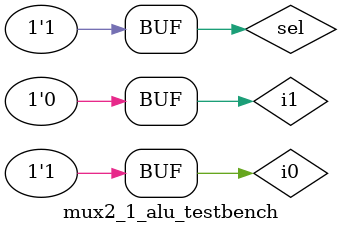
<source format=sv>
`timescale 1ns/10ps

module mux2_1_alu (
	input logic i0,    // 64-bit input 0
   input logic i1,    // 64-bit input 1
   input logic sel,         // select line
   output logic out    // 64-bit output
);
	logic i0_sel;  // Result of ANDing 'a' with ~sel
   logic i1_sel;  // Result of ANDing 'b' with sel
   logic sel_not;       // Inverted select line

   // NOT of the select signal
   not #(50ps) not1 (sel_not, sel);

   // AND i0 and i1 with their corresponding select lines
	and #(50ps) and1 (i0_sel, i0, sel_not);  // a AND ~sel
	and #(50ps) and2 (i1_sel, i1, sel);      // b AND sel
	or #(50ps) or1 (out, i0_sel, i1_sel);  // Final OR operation
		
endmodule

module mux2_1_alu_testbench ();
	logic i0, i1, out;
	logic sel;
	
	mux2_1_alu dut (.i0, .i1, .sel, .out);
	
	initial begin
		i0=64'd64357; i1=64'd26000; #10;
		sel=2'b00; #10;
		sel=2'b01; #10;
	end
endmodule
</source>
